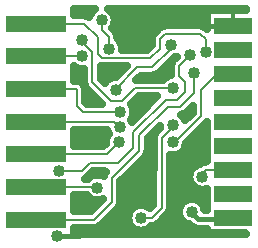
<source format=gbl>
G04 DipTrace 3.3.1.1*
G04 Bottom.gbl*
%MOIN*%
G04 #@! TF.FileFunction,Copper,L2,Bot*
G04 #@! TF.Part,Single*
G04 #@! TA.AperFunction,Conductor*
%ADD13C,0.008*%
%ADD14C,0.017*%
G04 #@! TA.AperFunction,CopperBalancing*
%ADD15C,0.025*%
%ADD16C,0.013*%
%ADD18R,0.2X0.0545*%
%ADD25R,0.125X0.055*%
G04 #@! TA.AperFunction,ViaPad*
%ADD27C,0.04*%
%FSLAX26Y26*%
G04*
G70*
G90*
G75*
G01*
G04 Bottom*
%LPD*%
X949951Y1062449D2*
D13*
Y1049949D1*
X887451Y987449D1*
X837449D1*
X761960Y911960D1*
X765818D1*
X743700Y1049949D2*
Y1087451D1*
X718700Y1112451D1*
Y1143700D1*
X1156350Y1126140D2*
D14*
X913641D1*
X874951Y1087449D1*
X1156350Y1126140D2*
D3*
X568700Y424949D2*
X643700D1*
X646201Y427450D1*
X730200D1*
X860200Y557450D1*
Y593700D1*
X862451D1*
X778951Y788200D2*
D13*
X760755Y806396D1*
X500095D1*
Y1024396D2*
X651838D1*
Y1024397D1*
X704200Y586700D2*
X702504Y588396D1*
X500095D1*
X774951Y737449D2*
X734897Y697396D1*
X500095D1*
X781200Y837449D2*
X657356D1*
X635838Y858968D1*
Y915396D1*
X500095D1*
X651838Y1078952D2*
X645949D1*
X687451Y1037451D1*
Y937448D1*
X749949Y874949D1*
X787449D1*
X830700Y918200D1*
X957700D1*
X500095Y1133396D2*
X660254D1*
X706200Y1087449D1*
Y1031200D1*
X718700Y1018700D1*
X881201D1*
X912451Y1049949D1*
Y1081200D1*
X931200Y1099949D1*
X1045701D1*
X1064950Y1080700D1*
Y1038450D1*
X1156350Y486140D2*
D14*
Y481200D1*
X1040450D1*
X1018700Y502950D1*
Y506200D1*
X1156350Y566140D2*
D13*
Y568700D1*
X1156200D1*
X1054456Y622645D2*
Y634033D1*
X1066562Y646140D1*
X1156350D1*
X956200Y737449D2*
X962451D1*
X1049951Y824949D1*
Y912951D1*
X1103140Y966140D1*
X1156350D1*
Y1046140D2*
Y1041256D1*
X1149951D1*
X1143700Y724949D2*
X1155159D1*
X1156350Y726140D1*
X1143700Y806200D2*
X1156289D1*
X1156350Y806140D1*
X1025950Y970200D2*
Y901950D1*
X980450Y856450D1*
X938200D1*
X843950Y762200D1*
Y710200D1*
X752950Y619200D1*
Y537950D1*
X694396Y479396D1*
X500095D1*
X1012950Y1028700D2*
X977200Y992950D1*
Y957200D1*
X996700Y937700D1*
Y905200D1*
X970700Y879200D1*
X931700D1*
X824450Y771950D1*
Y719950D1*
X772450Y667950D1*
X678200D1*
X652200Y641950D1*
X577450D1*
X956200Y793700D2*
Y789950D1*
X918700Y752450D1*
Y518450D1*
X886200Y485950D1*
X850450D1*
D27*
X1143700Y806200D3*
Y724949D3*
X743700Y1049949D3*
X874951Y1087449D3*
X718700Y1143700D3*
X956200Y793700D3*
X568700Y424949D3*
X850450Y485950D3*
X1025950Y970200D3*
X1012950Y1028700D3*
X577450Y641950D3*
X765818Y911960D3*
X949951Y1062449D3*
X862451Y593700D3*
X778951Y788200D3*
X651838Y1024397D3*
X704200Y586700D3*
X774951Y737449D3*
X781200Y837449D3*
X957700Y918200D3*
X651838Y1078952D3*
X1064950Y1038450D3*
X1018700Y506200D3*
X1156200Y568700D3*
X1054456Y622645D3*
X956200Y737449D3*
X1149951Y1041256D3*
X762824Y1156331D2*
D15*
X1067863D1*
X762931Y1131462D2*
X1067863D1*
X765946Y1106594D2*
X896444D1*
X775921Y1081725D2*
X882450D1*
X789163Y1056856D2*
X877964D1*
X627469Y982250D2*
X638565D1*
X717466D2*
X790873D1*
X923657D2*
X947185D1*
X627469Y957381D2*
X657456D1*
X717466D2*
X766005D1*
X848766D2*
X936312D1*
X665829Y907644D2*
X675836D1*
X665829Y882775D2*
X700732D1*
X836673D2*
X893897D1*
X822104Y857906D2*
X869029D1*
X826985Y833037D2*
X844161D1*
X997363D2*
X1016656D1*
X1049682Y783300D2*
X1067863D1*
X627469Y758431D2*
X734355D1*
X881565D2*
X889375D1*
X1024814D2*
X1067863D1*
X627469Y733562D2*
X729116D1*
X873957D2*
X888693D1*
X1002028D2*
X1067863D1*
X873921Y708693D2*
X888693D1*
X991334D2*
X1067863D1*
X858957Y683825D2*
X888693D1*
X948704D2*
X1067863D1*
X834090Y658956D2*
X888693D1*
X948704D2*
X1027996D1*
X685745Y634087D2*
X727322D1*
X809222D2*
X888693D1*
X948704D2*
X1009982D1*
X784354Y609218D2*
X888693D1*
X948704D2*
X1010592D1*
X782955Y584350D2*
X888693D1*
X948704D2*
X1031333D1*
X627469Y559481D2*
X667754D1*
X782955D2*
X888693D1*
X948704D2*
X1067863D1*
X627469Y534612D2*
X708232D1*
X782739D2*
X888693D1*
X948704D2*
X983248D1*
X1054132D2*
X1067863D1*
X627469Y509743D2*
X683364D1*
X766125D2*
X811542D1*
X947268D2*
X972842D1*
X741257Y484875D2*
X804473D1*
X926527D2*
X978296D1*
X716390Y460006D2*
X813050D1*
X897820D2*
X1013893D1*
X627469Y435137D2*
X1197441D1*
X1072187Y1177140D2*
X1199956D1*
X1199951Y1181203D1*
X740753Y1181200D1*
X746951Y1176778D1*
X751778Y1171951D1*
X755790Y1166429D1*
X758889Y1160347D1*
X760998Y1153855D1*
X762066Y1147113D1*
Y1140287D1*
X760998Y1133545D1*
X758889Y1127053D1*
X755790Y1120971D1*
X753025Y1117031D1*
X764611Y1105310D1*
X767148Y1101819D1*
X769107Y1097974D1*
X770440Y1093870D1*
X771115Y1089608D1*
X771951Y1083027D1*
X776778Y1078200D1*
X780790Y1072678D1*
X783889Y1066596D1*
X785998Y1060104D1*
X787066Y1053362D1*
X787027Y1046205D1*
X869808Y1046200D1*
X884973Y1061363D1*
X885035Y1083358D1*
X885710Y1087620D1*
X887044Y1091724D1*
X889003Y1095569D1*
X891539Y1099060D1*
X913340Y1120861D1*
X916831Y1123397D1*
X920676Y1125356D1*
X924780Y1126690D1*
X929042Y1127365D1*
X1032250Y1127449D1*
X1047858Y1127365D1*
X1052120Y1126690D1*
X1056224Y1125356D1*
X1060069Y1123397D1*
X1063561Y1120861D1*
X1070348Y1114193D1*
X1070350Y1177140D1*
X1072187D1*
X1070376Y755139D2*
X1070350Y806490D1*
X999643Y735751D1*
X999164Y730644D1*
X997571Y724007D1*
X994959Y717701D1*
X991392Y711881D1*
X986959Y706690D1*
X981769Y702257D1*
X975949Y698691D1*
X969642Y696078D1*
X963005Y694485D1*
X956200Y693949D1*
X949395Y694485D1*
X946189Y695123D1*
X946115Y516292D1*
X945440Y512030D1*
X944107Y507926D1*
X942148Y504081D1*
X939611Y500590D1*
X905646Y466504D1*
X902364Y463702D1*
X898685Y461447D1*
X894698Y459796D1*
X890502Y458788D1*
X884155Y458450D1*
X878701Y452872D1*
X873179Y448860D1*
X867097Y445761D1*
X860605Y443652D1*
X853863Y442584D1*
X847037D1*
X840295Y443652D1*
X833803Y445761D1*
X827721Y448860D1*
X822199Y452872D1*
X817372Y457699D1*
X813360Y463221D1*
X810261Y469303D1*
X808152Y475795D1*
X807084Y482537D1*
Y489363D1*
X808152Y496105D1*
X810261Y502597D1*
X813360Y508679D1*
X817372Y514201D1*
X822199Y519028D1*
X827721Y523040D1*
X833803Y526139D1*
X840295Y528248D1*
X847037Y529316D1*
X853863D1*
X860605Y528248D1*
X867097Y526139D1*
X873179Y523040D1*
X878701Y519028D1*
X879573Y518222D1*
X891190Y529831D1*
X891285Y754608D1*
X891960Y758870D1*
X893293Y762974D1*
X895252Y766819D1*
X897789Y770310D1*
X913388Y786029D1*
X912762Y792114D1*
X871450Y750809D1*
X871365Y708042D1*
X870690Y703780D1*
X869357Y699676D1*
X867398Y695831D1*
X864861Y692340D1*
X791942Y619301D1*
X780448Y607807D1*
X780365Y535792D1*
X779690Y531530D1*
X778357Y527426D1*
X776398Y523581D1*
X773861Y520090D1*
X713841Y459950D1*
X710560Y457147D1*
X706880Y454893D1*
X702894Y453241D1*
X698698Y452234D1*
X694396Y451895D1*
X624960D1*
X624951Y431197D1*
X1199982Y431200D1*
X1196418Y435139D1*
X1070350D1*
Y449170D1*
X1037939Y449299D1*
X1032980Y450084D1*
X1028204Y451636D1*
X1023730Y453915D1*
X1019668Y456867D1*
X1013382Y463013D1*
X1008545Y463902D1*
X1002053Y466011D1*
X995971Y469110D1*
X990449Y473122D1*
X985622Y477949D1*
X981610Y483471D1*
X978511Y489553D1*
X976402Y496045D1*
X975334Y502787D1*
Y509613D1*
X976402Y516355D1*
X978511Y522847D1*
X981610Y528929D1*
X985622Y534451D1*
X990449Y539278D1*
X995971Y543290D1*
X1002053Y546389D1*
X1008545Y548498D1*
X1015287Y549566D1*
X1022113D1*
X1028855Y548498D1*
X1035347Y546389D1*
X1041429Y543290D1*
X1046951Y539278D1*
X1051778Y534451D1*
X1055790Y528929D1*
X1058889Y522847D1*
X1060998Y516355D1*
X1061625Y513201D1*
X1070342Y513200D1*
X1070350Y582135D1*
X1064611Y580347D1*
X1057869Y579279D1*
X1051043D1*
X1044301Y580347D1*
X1037809Y582456D1*
X1031727Y585555D1*
X1026205Y589567D1*
X1021378Y594394D1*
X1017366Y599916D1*
X1014267Y605998D1*
X1012158Y612490D1*
X1011090Y619232D1*
Y626058D1*
X1012158Y632800D1*
X1014267Y639292D1*
X1017366Y645374D1*
X1021378Y650896D1*
X1026205Y655723D1*
X1031727Y659735D1*
X1037809Y662834D1*
X1044301Y664943D1*
X1047117Y665585D1*
X1050398Y668388D1*
X1054077Y670642D1*
X1058064Y672294D1*
X1062260Y673301D1*
X1066562Y673640D1*
X1070330D1*
X1070350Y755125D1*
X676818Y1155332D2*
X678511Y1160347D1*
X681610Y1166429D1*
X685622Y1171951D1*
X690449Y1176778D1*
X696705Y1181201D1*
X624919Y1181200D1*
X624951Y1160866D1*
X662411Y1160811D1*
X666674Y1160136D1*
X670778Y1158802D1*
X674623Y1156843D1*
X676425Y1155638D1*
X981647Y828974D2*
X986959Y824459D1*
X991392Y819269D1*
X994959Y813449D1*
X996403Y810309D1*
X1022451Y836341D1*
Y859578D1*
X998310Y835539D1*
X994819Y833002D1*
X990974Y831043D1*
X986870Y829710D1*
X982599Y829034D1*
X728884Y934921D2*
X732740Y940211D1*
X737567Y945038D1*
X743089Y949050D1*
X749171Y952149D1*
X755663Y954258D1*
X762405Y955326D1*
X766551Y955431D1*
X802321Y991212D1*
X716534Y991286D1*
X714951Y982333D1*
Y948853D1*
X728895Y934894D1*
X968500Y1023138D2*
X963393Y1021078D1*
X958784Y1019888D1*
X905311Y966538D1*
X901819Y964002D1*
X897975Y962043D1*
X893870Y960709D1*
X889608Y960034D1*
X848875Y959949D1*
X834591Y945700D1*
X923963D1*
X929449Y951278D1*
X934971Y955290D1*
X941053Y958389D1*
X947545Y960498D1*
X949704Y960928D1*
X949785Y995108D1*
X950460Y999370D1*
X951793Y1003474D1*
X953752Y1007319D1*
X956289Y1010810D1*
X968437Y1023078D1*
X741789Y765599D2*
X738762Y771553D1*
X736483Y778896D1*
X624933Y778895D1*
X624951Y724873D1*
X723474Y724896D1*
X731665Y733055D1*
X731585Y740862D1*
X732653Y747604D1*
X734762Y754096D1*
X737861Y760178D1*
X741782Y765585D1*
X815870Y811184D2*
X818922Y805319D1*
X904293Y890684D1*
X842117Y890700D1*
X815561Y864170D1*
X819959Y857198D1*
X822571Y850892D1*
X824164Y844254D1*
X824700Y837449D1*
X824164Y830644D1*
X822571Y824007D1*
X819959Y817701D1*
X815872Y811221D1*
X659938Y981690D2*
X655251Y981031D1*
X648425D1*
X641683Y982099D1*
X635191Y984208D1*
X629109Y987307D1*
X624959Y990237D1*
X624951Y942905D1*
X637995Y942811D1*
X642258Y942136D1*
X646362Y940802D1*
X650207Y938843D1*
X653698Y936307D1*
X656749Y933255D1*
X659285Y929764D1*
X661245Y925919D1*
X662578Y921815D1*
X663253Y917553D1*
X663338Y870361D1*
X668757Y864940D1*
X721051Y864949D1*
X666539Y919588D1*
X664003Y923079D1*
X662044Y926924D1*
X660710Y931028D1*
X660035Y935290D1*
X659951Y981693D1*
X724170Y548065D2*
X717642Y545329D1*
X711005Y543736D1*
X704200Y543200D1*
X697395Y543736D1*
X690758Y545329D1*
X684451Y547941D1*
X678631Y551508D1*
X673441Y555941D1*
X669198Y560890D1*
X624959Y560895D1*
X624951Y506913D1*
X682997Y506896D1*
X724150Y548041D1*
X672001Y615901D2*
X675949Y619778D1*
X681471Y623790D1*
X687553Y626889D1*
X694045Y628998D1*
X700787Y630066D1*
X707613D1*
X714355Y628998D1*
X720847Y626889D1*
X725939Y624344D1*
X727543Y629724D1*
X729502Y633569D1*
X732039Y637060D1*
X733511Y638651D1*
X726518Y640450D1*
X689593D1*
X670060Y621039D1*
X666569Y618502D1*
X662716Y616540D1*
X665449Y615896D1*
X671944D1*
X1156350Y1177104D2*
D16*
Y1126140D1*
X1070386D2*
X1156350D1*
D18*
X500095Y479396D3*
Y588396D3*
Y697396D3*
Y806396D3*
Y915396D3*
Y1024396D3*
Y1133396D3*
D25*
X1156350Y1126140D3*
Y1046140D3*
Y966140D3*
Y886140D3*
Y806140D3*
Y726140D3*
Y646140D3*
Y566140D3*
Y486140D3*
M02*

</source>
